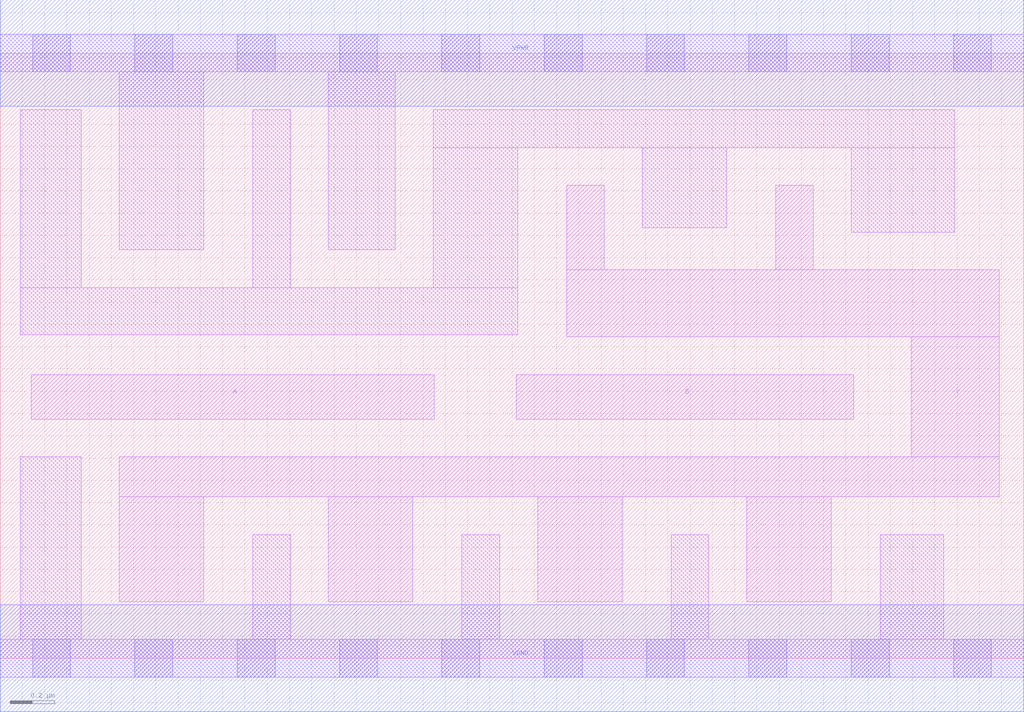
<source format=lef>
# Copyright 2020 The SkyWater PDK Authors
#
# Licensed under the Apache License, Version 2.0 (the "License");
# you may not use this file except in compliance with the License.
# You may obtain a copy of the License at
#
#     https://www.apache.org/licenses/LICENSE-2.0
#
# Unless required by applicable law or agreed to in writing, software
# distributed under the License is distributed on an "AS IS" BASIS,
# WITHOUT WARRANTIES OR CONDITIONS OF ANY KIND, either express or implied.
# See the License for the specific language governing permissions and
# limitations under the License.
#
# SPDX-License-Identifier: Apache-2.0

VERSION 5.7 ;
  NAMESCASESENSITIVE ON ;
  NOWIREEXTENSIONATPIN ON ;
  DIVIDERCHAR "/" ;
  BUSBITCHARS "[]" ;
UNITS
  DATABASE MICRONS 200 ;
END UNITS
PROPERTYDEFINITIONS
  MACRO maskLayoutSubType STRING ;
  MACRO prCellType STRING ;
  MACRO originalViewName STRING ;
END PROPERTYDEFINITIONS
MACRO sky130_fd_sc_hdll__nor2_4
  CLASS CORE ;
  FOREIGN sky130_fd_sc_hdll__nor2_4 ;
  ORIGIN  0.000000  0.000000 ;
  SIZE  4.600000 BY  2.720000 ;
  SYMMETRY X Y R90 ;
  SITE unithd ;
  PIN A
    ANTENNAGATEAREA  1.110000 ;
    DIRECTION INPUT ;
    USE SIGNAL ;
    PORT
      LAYER li1 ;
        RECT 0.140000 1.075000 1.950000 1.275000 ;
    END
  END A
  PIN B
    ANTENNAGATEAREA  1.110000 ;
    DIRECTION INPUT ;
    USE SIGNAL ;
    PORT
      LAYER li1 ;
        RECT 2.320000 1.075000 3.835000 1.275000 ;
    END
  END B
  PIN VGND
    ANTENNADIFFAREA  0.942500 ;
    DIRECTION INOUT ;
    USE SIGNAL ;
    PORT
      LAYER met1 ;
        RECT 0.000000 -0.240000 4.600000 0.240000 ;
    END
  END VGND
  PIN VPWR
    ANTENNADIFFAREA  0.580000 ;
    DIRECTION INOUT ;
    USE SIGNAL ;
    PORT
      LAYER met1 ;
        RECT 0.000000 2.480000 4.600000 2.960000 ;
    END
  END VPWR
  PIN Y
    ANTENNADIFFAREA  1.477000 ;
    DIRECTION OUTPUT ;
    USE SIGNAL ;
    PORT
      LAYER li1 ;
        RECT 0.535000 0.255000 0.915000 0.725000 ;
        RECT 0.535000 0.725000 4.490000 0.905000 ;
        RECT 1.475000 0.255000 1.855000 0.725000 ;
        RECT 2.415000 0.255000 2.795000 0.725000 ;
        RECT 2.545000 1.445000 4.490000 1.745000 ;
        RECT 2.545000 1.745000 2.715000 2.125000 ;
        RECT 3.355000 0.255000 3.735000 0.725000 ;
        RECT 3.485000 1.745000 3.655000 2.125000 ;
        RECT 4.095000 0.905000 4.490000 1.445000 ;
    END
  END Y
  OBS
    LAYER li1 ;
      RECT 0.000000 -0.085000 4.600000 0.085000 ;
      RECT 0.000000  2.635000 4.600000 2.805000 ;
      RECT 0.090000  0.085000 0.365000 0.905000 ;
      RECT 0.090000  1.455000 2.325000 1.665000 ;
      RECT 0.090000  1.665000 0.365000 2.465000 ;
      RECT 0.535000  1.835000 0.915000 2.635000 ;
      RECT 1.135000  0.085000 1.305000 0.555000 ;
      RECT 1.135000  1.665000 1.305000 2.465000 ;
      RECT 1.475000  1.835000 1.775000 2.635000 ;
      RECT 1.945000  1.665000 2.325000 2.295000 ;
      RECT 1.945000  2.295000 4.290000 2.465000 ;
      RECT 2.075000  0.085000 2.245000 0.555000 ;
      RECT 2.885000  1.935000 3.265000 2.295000 ;
      RECT 3.015000  0.085000 3.185000 0.555000 ;
      RECT 3.825000  1.915000 4.290000 2.295000 ;
      RECT 3.955000  0.085000 4.240000 0.555000 ;
    LAYER mcon ;
      RECT 0.145000 -0.085000 0.315000 0.085000 ;
      RECT 0.145000  2.635000 0.315000 2.805000 ;
      RECT 0.605000 -0.085000 0.775000 0.085000 ;
      RECT 0.605000  2.635000 0.775000 2.805000 ;
      RECT 1.065000 -0.085000 1.235000 0.085000 ;
      RECT 1.065000  2.635000 1.235000 2.805000 ;
      RECT 1.525000 -0.085000 1.695000 0.085000 ;
      RECT 1.525000  2.635000 1.695000 2.805000 ;
      RECT 1.985000 -0.085000 2.155000 0.085000 ;
      RECT 1.985000  2.635000 2.155000 2.805000 ;
      RECT 2.445000 -0.085000 2.615000 0.085000 ;
      RECT 2.445000  2.635000 2.615000 2.805000 ;
      RECT 2.905000 -0.085000 3.075000 0.085000 ;
      RECT 2.905000  2.635000 3.075000 2.805000 ;
      RECT 3.365000 -0.085000 3.535000 0.085000 ;
      RECT 3.365000  2.635000 3.535000 2.805000 ;
      RECT 3.825000 -0.085000 3.995000 0.085000 ;
      RECT 3.825000  2.635000 3.995000 2.805000 ;
      RECT 4.285000 -0.085000 4.455000 0.085000 ;
      RECT 4.285000  2.635000 4.455000 2.805000 ;
  END
  PROPERTY maskLayoutSubType "abstract" ;
  PROPERTY prCellType "standard" ;
  PROPERTY originalViewName "layout" ;
END sky130_fd_sc_hdll__nor2_4
END LIBRARY

</source>
